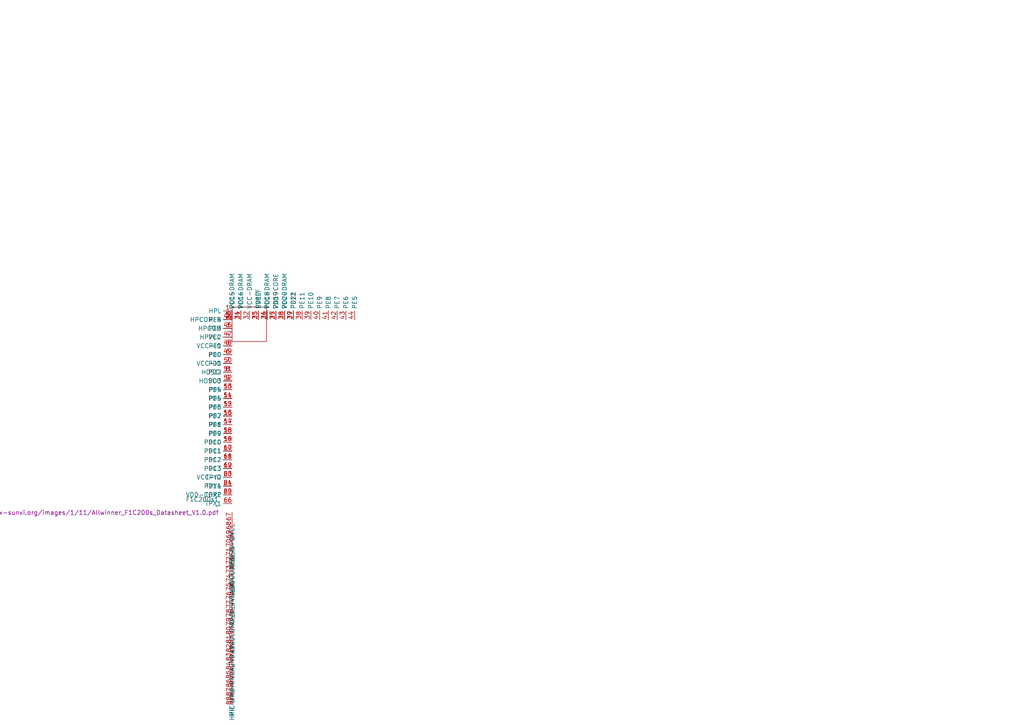
<source format=kicad_sch>
(kicad_sch (version 20231120) (generator "eeschema") (generator_version "8.0")
  (paper "A4")
  (title_block (title "Tiny ARM Computer") (date "2024-06-21") (rev "1.0") (company "Tristan Ross") (comment 1 "https://github.com/RossComputerGuy/tac"))
  (lib_symbols
    (symbol "Allwinner:F1C200s"
      (property "Reference" "F1C200s" (at -2.54 3.556 0))
      (property "Datasheet" "https://linux-sunxi.org/images/1/11/Allwinner_F1C200s_Datasheet_V1.0.pdf" (at 0 0 0))
      (symbol "F1C200s_0_1"
        (rectangle (start -2.54 1.27) (end -2.54 1.27))
        (rectangle (start -2.54 1.27) (end -2.54 1.27))
      )
      (symbol "F1C200s_1_0"
        (pin bidirectional line (at 0 -13.97 180) (length 2.54) (name "PD4") (number "10"))
        (pin bidirectional line (at 0 -16.51 180) (length 2.54) (name "PD5") (number "11"))
        (pin bidirectional line (at 0 -19.05 180) (length 2.54) (name "PD6") (number "12"))
        (pin bidirectional line (at 0 -21.59 180) (length 2.54) (name "PD7") (number "13"))
        (pin bidirectional line (at 0 -24.13 180) (length 2.54) (name "PD8") (number "14"))
        (pin bidirectional line (at 0 -26.67 180) (length 2.54) (name "PD9") (number "15"))
        (pin bidirectional line (at 0 -29.21 180) (length 2.54) (name "PD10") (number "16"))
        (pin bidirectional line (at 0 -31.75 180) (length 2.54) (name "PD11") (number "17"))
        (pin bidirectional line (at 0 -34.29 180) (length 2.54) (name "PD12") (number "18"))
        (pin bidirectional line (at 0 -36.83 180) (length 2.54) (name "PD13") (number "19"))
        (pin output line (at 0 6.35 180) (length 2.54) (name "HPCOMFB") (number "2"))
        (pin output line (at 0 -39.37 180) (length 2.54) (name "VCC-IO") (number "20"))
        (pin bidirectional line (at 0 -41.91 180) (length 2.54) (name "PD14") (number "21"))
        (pin output line (at 0 -44.45 180) (length 2.54) (name "VDD-CORE") (number "22"))
        (pin bidirectional line (at 0 6.35 90) (length 2.54) (name "PD15") (number "23"))
        (pin bidirectional line (at 2.54 6.35 90) (length 2.54) (name "PD16") (number "24"))
        (pin bidirectional line (at 7.62 6.35 90) (length 2.54) (name "PD17") (number "25"))
        (pin bidirectional line (at 10.16 6.35 90) (length 2.54) (name "PD18") (number "26"))
        (pin bidirectional line (at 12.7 6.35 90) (length 2.54) (name "PD19") (number "27"))
        (pin bidirectional line (at 15.24 6.35 90) (length 2.54) (name "PD20") (number "28"))
        (pin bidirectional line (at 17.78 6.35 90) (length 2.54) (name "PD21") (number "29"))
        (pin output line (at 0 3.81 180) (length 2.54) (name "HPCOM") (number "3"))
        (pin output line (at 0 6.35 90) (length 2.54) (name "VCC-DRAM") (number "30"))
        (pin output line (at 2.54 6.35 90) (length 2.54) (name "VCC-DRAM") (number "31"))
        (pin output line (at 5.08 6.35 90) (length 2.54) (name "VCC-DRAM") (number "32"))
        (pin output line (at 7.62 6.35 90) (length 2.54) (name "SVREF") (number "33"))
        (pin output line (at 10.16 6.35 90) (length 2.54) (name "VCC-DRAM") (number "34"))
        (pin output line (at 12.7 6.35 90) (length 2.54) (name "VDD-CORE") (number "35"))
        (pin output line (at 15.24 6.35 90) (length 2.54) (name "VCC-DRAM") (number "36"))
        (pin output line (at 17.78 6.35 90) (length 2.54) (name "PE12") (number "37"))
        (pin output line (at 20.32 6.35 90) (length 2.54) (name "PE11") (number "38"))
        (pin output line (at 22.86 6.35 90) (length 2.54) (name "PE10") (number "39"))
        (pin output line (at 0 1.27 180) (length 2.54) (name "HPVCC") (number "4"))
        (pin output line (at 25.4 6.35 90) (length 2.54) (name "PE9") (number "40"))
        (pin output line (at 27.94 6.35 90) (length 2.54) (name "PE8") (number "41"))
        (pin output line (at 30.48 6.35 90) (length 2.54) (name "PE7") (number "42"))
        (pin output line (at 33.02 6.35 90) (length 2.54) (name "PE6") (number "43"))
        (pin output line (at 35.56 6.35 90) (length 2.54) (name "PE5") (number "44"))
        (pin output line (at 0 6.35 180) (length 2.54) (name "PE4") (number "45"))
        (pin output line (at 0 3.81 180) (length 2.54) (name "PE3") (number "46"))
        (pin output line (at 0 1.27 180) (length 2.54) (name "PE2") (number "47"))
        (pin output line (at 0 -1.27 180) (length 2.54) (name "PE1") (number "48"))
        (pin output line (at 0 -3.81 180) (length 2.54) (name "PE0") (number "49"))
        (pin output line (at 0 -1.27 180) (length 2.54) (name "VCC-IO") (number "5"))
        (pin output line (at 0 -6.35 180) (length 2.54) (name "VCC-IO") (number "50"))
        (pin output line (at 0 -8.89 180) (length 2.54) (name "HOSCI") (number "51"))
        (pin output line (at 0 -11.43 180) (length 2.54) (name "HOSCO") (number "52"))
        (pin output line (at 0 -13.97 180) (length 2.54) (name "PF5") (number "53"))
        (pin output line (at 0 -16.51 180) (length 2.54) (name "PF4") (number "54"))
        (pin output line (at 0 -19.05 180) (length 2.54) (name "PF3") (number "55"))
        (pin output line (at 0 -21.59 180) (length 2.54) (name "PF2") (number "56"))
        (pin output line (at 0 -24.13 180) (length 2.54) (name "PF1") (number "57"))
        (pin output line (at 0 -26.67 180) (length 2.54) (name "PF0") (number "58"))
        (pin output line (at 0 -29.21 180) (length 2.54) (name "PC0") (number "59"))
        (pin bidirectional line (at 0 -3.81 180) (length 2.54) (name "PD0") (number "6"))
        (pin output line (at 0 -31.75 180) (length 2.54) (name "PC1") (number "60"))
        (pin output line (at 0 -34.29 180) (length 2.54) (name "PC2") (number "61"))
        (pin output line (at 0 -36.83 180) (length 2.54) (name "PC3") (number "62"))
        (pin output line (at 0 -39.37 180) (length 2.54) (name "TPY2") (number "63"))
        (pin output line (at 0 -41.91 180) (length 2.54) (name "TPY1") (number "64"))
        (pin output line (at 0 -44.45 180) (length 2.54) (name "TPX2") (number "65"))
        (pin output line (at 0 -46.99 180) (length 2.54) (name "TPX1") (number "66"))
        (pin output line (at 0 -49.53 270) (length 2.54) (name "UVCC") (number "67"))
        (pin output line (at 0 -52.07 270) (length 2.54) (name "USB-DM") (number "68"))
        (pin output line (at 0 -54.61 270) (length 2.54) (name "USB-DP") (number "69"))
        (pin bidirectional line (at 0 -6.35 180) (length 2.54) (name "PD1") (number "7"))
        (pin output line (at 0 -57.15 270) (length 2.54) (name "RESET") (number "70"))
        (pin output line (at 0 -59.69 270) (length 2.54) (name "VDD-CORE") (number "71"))
        (pin output line (at 0 -62.23 270) (length 2.54) (name "TVOUT") (number "72"))
        (pin output line (at 0 -64.77 270) (length 2.54) (name "TV_VCC") (number "73"))
        (pin output line (at 0 -67.31 270) (length 2.54) (name "TVGND") (number "74"))
        (pin output line (at 0 -69.85 270) (length 2.54) (name "TV_VRN") (number "75"))
        (pin output line (at 0 -72.39 270) (length 2.54) (name "TV_VRP") (number "76"))
        (pin output line (at 0 -74.93 270) (length 2.54) (name "TVIN1") (number "77"))
        (pin output line (at 0 -77.47 270) (length 2.54) (name "TVIN0") (number "78"))
        (pin output line (at 0 -80.01 270) (length 2.54) (name "LRADC0") (number "79"))
        (pin bidirectional line (at 0 -8.89 180) (length 2.54) (name "PD2") (number "8"))
        (pin output line (at 0 -82.55 270) (length 2.54) (name "AVCC") (number "80"))
        (pin output line (at 0 -85.09 270) (length 2.54) (name "VRA1") (number "81"))
        (pin output line (at 0 -87.63 270) (length 2.54) (name "AGND") (number "82"))
        (pin output line (at 0 -90.17 270) (length 2.54) (name "VRA2") (number "83"))
        (pin output line (at 0 -92.71 270) (length 2.54) (name "FMINL") (number "84"))
        (pin output line (at 0 -95.25 270) (length 2.54) (name "FMINR") (number "85"))
        (pin output line (at 0 -97.79 270) (length 2.54) (name "LINL") (number "86"))
        (pin output line (at 0 -100.33 270) (length 2.54) (name "MICIN") (number "87"))
        (pin output line (at 0 -102.87 270) (length 2.54) (name "HPR") (number "88"))
        (pin bidirectional line (at 0 -11.43 180) (length 2.54) (name "PD3") (number "9"))
      )
      (symbol "F1C200s_1_1"
        (rectangle (start 0 10) (end 10 0))
        (pin output line (at 0 8.89 180) (length 2.54) (name "HPL") (number "1"))
      )
    )
  )
  (symbol (lib_id "Allwinner:F1C200s") (at 67.31 99.06 0) (unit 1)
    (property "Reference" "F1C200s1" (at 63.5 144.8599 0) (effects (justify right)))
    (property "Value" "~" (at 63.5 146.765 0) (effects (justify right)))
    (property "Footprint" "Allwinner_SiPs:QFN-88_EP_10x10_Pitch0.4mm_EPAD_6.8mm" (effects (hide yes)))
    (property "Datasheet" "https://linux-sunxi.org/images/1/11/Allwinner_F1C200s_Datasheet_V1.0.pdf" (at 63.5 148.6699 0) (effects (justify right)))
  )
)
</source>
